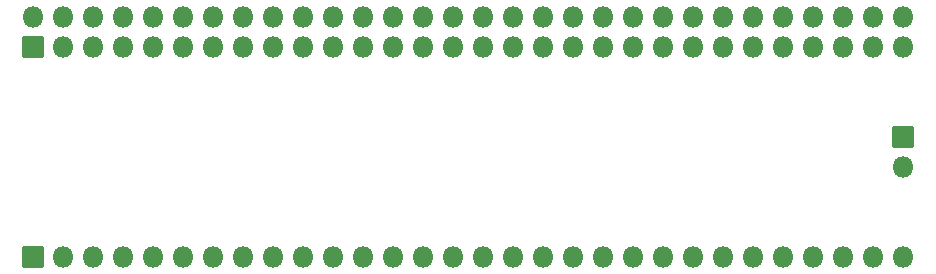
<source format=gbr>
%TF.GenerationSoftware,KiCad,Pcbnew,6.0.7+dfsg-1~bpo11+1*%
%TF.CreationDate,2022-10-18T02:59:46+00:00*%
%TF.ProjectId,0204-OUTLETS,30323034-2d4f-4555-944c-4554532e6b69,V1.0*%
%TF.SameCoordinates,Original*%
%TF.FileFunction,Soldermask,Bot*%
%TF.FilePolarity,Negative*%
%FSLAX46Y46*%
G04 Gerber Fmt 4.6, Leading zero omitted, Abs format (unit mm)*
G04 Created by KiCad (PCBNEW 6.0.7+dfsg-1~bpo11+1) date 2022-10-18 02:59:46*
%MOMM*%
%LPD*%
G01*
G04 APERTURE LIST*
G04 Aperture macros list*
%AMRoundRect*
0 Rectangle with rounded corners*
0 $1 Rounding radius*
0 $2 $3 $4 $5 $6 $7 $8 $9 X,Y pos of 4 corners*
0 Add a 4 corners polygon primitive as box body*
4,1,4,$2,$3,$4,$5,$6,$7,$8,$9,$2,$3,0*
0 Add four circle primitives for the rounded corners*
1,1,$1+$1,$2,$3*
1,1,$1+$1,$4,$5*
1,1,$1+$1,$6,$7*
1,1,$1+$1,$8,$9*
0 Add four rect primitives between the rounded corners*
20,1,$1+$1,$2,$3,$4,$5,0*
20,1,$1+$1,$4,$5,$6,$7,0*
20,1,$1+$1,$6,$7,$8,$9,0*
20,1,$1+$1,$8,$9,$2,$3,0*%
G04 Aperture macros list end*
%ADD10RoundRect,0.050000X0.850000X-0.850000X0.850000X0.850000X-0.850000X0.850000X-0.850000X-0.850000X0*%
%ADD11O,1.800000X1.800000*%
%ADD12RoundRect,0.050000X-0.850000X-0.850000X0.850000X-0.850000X0.850000X0.850000X-0.850000X0.850000X0*%
G04 APERTURE END LIST*
D10*
%TO.C,J1*%
X2060000Y1270000D03*
D11*
X4600000Y1270000D03*
X7140000Y1270000D03*
X9680000Y1270000D03*
X12220000Y1270000D03*
X14760000Y1270000D03*
X17300000Y1270000D03*
X19840000Y1270000D03*
X22380000Y1270000D03*
X24920000Y1270000D03*
X27460000Y1270000D03*
X30000000Y1270000D03*
X32540000Y1270000D03*
X35080000Y1270000D03*
X37620000Y1270000D03*
X40160000Y1270000D03*
X42700000Y1270000D03*
X45240000Y1270000D03*
X47780000Y1270000D03*
X50320000Y1270000D03*
X52860000Y1270000D03*
X55400000Y1270000D03*
X57940000Y1270000D03*
X60480000Y1270000D03*
X63020000Y1270000D03*
X65560000Y1270000D03*
X68100000Y1270000D03*
X70640000Y1270000D03*
X73180000Y1270000D03*
X75720000Y1270000D03*
%TD*%
D12*
%TO.C,J3*%
X75720000Y11435000D03*
D11*
X75720000Y8895000D03*
%TD*%
D10*
%TO.C,J2*%
X2060000Y19050000D03*
D11*
X2060000Y21590000D03*
X4600000Y19050000D03*
X4600000Y21590000D03*
X7140000Y19050000D03*
X7140000Y21590000D03*
X9680000Y19050000D03*
X9680000Y21590000D03*
X12220000Y19050000D03*
X12220000Y21590000D03*
X14760000Y19050000D03*
X14760000Y21590000D03*
X17300000Y19050000D03*
X17300000Y21590000D03*
X19840000Y19050000D03*
X19840000Y21590000D03*
X22380000Y19050000D03*
X22380000Y21590000D03*
X24920000Y19050000D03*
X24920000Y21590000D03*
X27460000Y19050000D03*
X27460000Y21590000D03*
X30000000Y19050000D03*
X30000000Y21590000D03*
X32540000Y19050000D03*
X32540000Y21590000D03*
X35080000Y19050000D03*
X35080000Y21590000D03*
X37620000Y19050000D03*
X37620000Y21590000D03*
X40160000Y19050000D03*
X40160000Y21590000D03*
X42700000Y19050000D03*
X42700000Y21590000D03*
X45240000Y19050000D03*
X45240000Y21590000D03*
X47780000Y19050000D03*
X47780000Y21590000D03*
X50320000Y19050000D03*
X50320000Y21590000D03*
X52860000Y19050000D03*
X52860000Y21590000D03*
X55400000Y19050000D03*
X55400000Y21590000D03*
X57940000Y19050000D03*
X57940000Y21590000D03*
X60480000Y19050000D03*
X60480000Y21590000D03*
X63020000Y19050000D03*
X63020000Y21590000D03*
X65560000Y19050000D03*
X65560000Y21590000D03*
X68100000Y19050000D03*
X68100000Y21590000D03*
X70640000Y19050000D03*
X70640000Y21590000D03*
X73180000Y19050000D03*
X73180000Y21590000D03*
X75720000Y19050000D03*
X75720000Y21590000D03*
%TD*%
M02*

</source>
